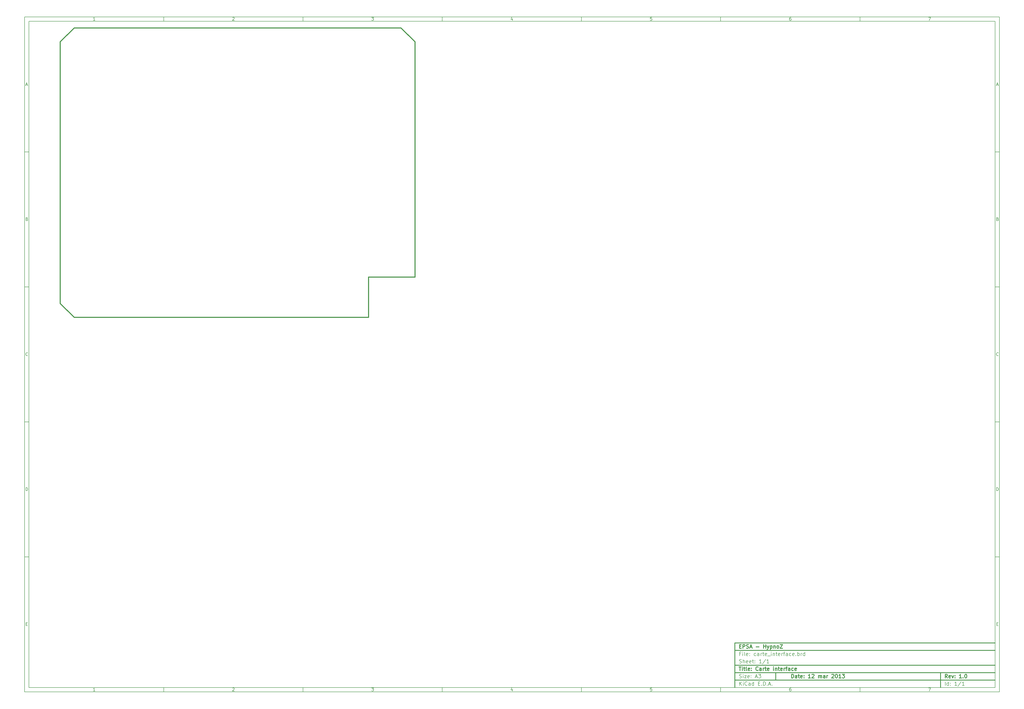
<source format=gbr>
G04 (created by PCBNEW-RS274X (2012-01-19 BZR 3256)-stable) date 12/03/2013 15:58:58*
G01*
G70*
G90*
%MOIN*%
G04 Gerber Fmt 3.4, Leading zero omitted, Abs format*
%FSLAX34Y34*%
G04 APERTURE LIST*
%ADD10C,0.006000*%
%ADD11C,0.012000*%
%ADD12C,0.015000*%
G04 APERTURE END LIST*
G54D10*
X04000Y-04000D02*
X161350Y-04000D01*
X161350Y-113000D01*
X04000Y-113000D01*
X04000Y-04000D01*
X04700Y-04700D02*
X160650Y-04700D01*
X160650Y-112300D01*
X04700Y-112300D01*
X04700Y-04700D01*
X26470Y-04000D02*
X26470Y-04700D01*
X15383Y-04552D02*
X15097Y-04552D01*
X15240Y-04552D02*
X15240Y-04052D01*
X15192Y-04124D01*
X15145Y-04171D01*
X15097Y-04195D01*
X26470Y-113000D02*
X26470Y-112300D01*
X15383Y-112852D02*
X15097Y-112852D01*
X15240Y-112852D02*
X15240Y-112352D01*
X15192Y-112424D01*
X15145Y-112471D01*
X15097Y-112495D01*
X48940Y-04000D02*
X48940Y-04700D01*
X37567Y-04100D02*
X37591Y-04076D01*
X37639Y-04052D01*
X37758Y-04052D01*
X37805Y-04076D01*
X37829Y-04100D01*
X37853Y-04148D01*
X37853Y-04195D01*
X37829Y-04267D01*
X37543Y-04552D01*
X37853Y-04552D01*
X48940Y-113000D02*
X48940Y-112300D01*
X37567Y-112400D02*
X37591Y-112376D01*
X37639Y-112352D01*
X37758Y-112352D01*
X37805Y-112376D01*
X37829Y-112400D01*
X37853Y-112448D01*
X37853Y-112495D01*
X37829Y-112567D01*
X37543Y-112852D01*
X37853Y-112852D01*
X71410Y-04000D02*
X71410Y-04700D01*
X60013Y-04052D02*
X60323Y-04052D01*
X60156Y-04243D01*
X60228Y-04243D01*
X60275Y-04267D01*
X60299Y-04290D01*
X60323Y-04338D01*
X60323Y-04457D01*
X60299Y-04505D01*
X60275Y-04529D01*
X60228Y-04552D01*
X60085Y-04552D01*
X60037Y-04529D01*
X60013Y-04505D01*
X71410Y-113000D02*
X71410Y-112300D01*
X60013Y-112352D02*
X60323Y-112352D01*
X60156Y-112543D01*
X60228Y-112543D01*
X60275Y-112567D01*
X60299Y-112590D01*
X60323Y-112638D01*
X60323Y-112757D01*
X60299Y-112805D01*
X60275Y-112829D01*
X60228Y-112852D01*
X60085Y-112852D01*
X60037Y-112829D01*
X60013Y-112805D01*
X93880Y-04000D02*
X93880Y-04700D01*
X82745Y-04219D02*
X82745Y-04552D01*
X82626Y-04029D02*
X82507Y-04386D01*
X82817Y-04386D01*
X93880Y-113000D02*
X93880Y-112300D01*
X82745Y-112519D02*
X82745Y-112852D01*
X82626Y-112329D02*
X82507Y-112686D01*
X82817Y-112686D01*
X116350Y-04000D02*
X116350Y-04700D01*
X105239Y-04052D02*
X105001Y-04052D01*
X104977Y-04290D01*
X105001Y-04267D01*
X105049Y-04243D01*
X105168Y-04243D01*
X105215Y-04267D01*
X105239Y-04290D01*
X105263Y-04338D01*
X105263Y-04457D01*
X105239Y-04505D01*
X105215Y-04529D01*
X105168Y-04552D01*
X105049Y-04552D01*
X105001Y-04529D01*
X104977Y-04505D01*
X116350Y-113000D02*
X116350Y-112300D01*
X105239Y-112352D02*
X105001Y-112352D01*
X104977Y-112590D01*
X105001Y-112567D01*
X105049Y-112543D01*
X105168Y-112543D01*
X105215Y-112567D01*
X105239Y-112590D01*
X105263Y-112638D01*
X105263Y-112757D01*
X105239Y-112805D01*
X105215Y-112829D01*
X105168Y-112852D01*
X105049Y-112852D01*
X105001Y-112829D01*
X104977Y-112805D01*
X138820Y-04000D02*
X138820Y-04700D01*
X127685Y-04052D02*
X127590Y-04052D01*
X127542Y-04076D01*
X127519Y-04100D01*
X127471Y-04171D01*
X127447Y-04267D01*
X127447Y-04457D01*
X127471Y-04505D01*
X127495Y-04529D01*
X127542Y-04552D01*
X127638Y-04552D01*
X127685Y-04529D01*
X127709Y-04505D01*
X127733Y-04457D01*
X127733Y-04338D01*
X127709Y-04290D01*
X127685Y-04267D01*
X127638Y-04243D01*
X127542Y-04243D01*
X127495Y-04267D01*
X127471Y-04290D01*
X127447Y-04338D01*
X138820Y-113000D02*
X138820Y-112300D01*
X127685Y-112352D02*
X127590Y-112352D01*
X127542Y-112376D01*
X127519Y-112400D01*
X127471Y-112471D01*
X127447Y-112567D01*
X127447Y-112757D01*
X127471Y-112805D01*
X127495Y-112829D01*
X127542Y-112852D01*
X127638Y-112852D01*
X127685Y-112829D01*
X127709Y-112805D01*
X127733Y-112757D01*
X127733Y-112638D01*
X127709Y-112590D01*
X127685Y-112567D01*
X127638Y-112543D01*
X127542Y-112543D01*
X127495Y-112567D01*
X127471Y-112590D01*
X127447Y-112638D01*
X149893Y-04052D02*
X150227Y-04052D01*
X150012Y-04552D01*
X149893Y-112352D02*
X150227Y-112352D01*
X150012Y-112852D01*
X04000Y-25800D02*
X04700Y-25800D01*
X04231Y-14960D02*
X04469Y-14960D01*
X04184Y-15102D02*
X04350Y-14602D01*
X04517Y-15102D01*
X161350Y-25800D02*
X160650Y-25800D01*
X160881Y-14960D02*
X161119Y-14960D01*
X160834Y-15102D02*
X161000Y-14602D01*
X161167Y-15102D01*
X04000Y-47600D02*
X04700Y-47600D01*
X04386Y-36640D02*
X04457Y-36664D01*
X04481Y-36688D01*
X04505Y-36736D01*
X04505Y-36807D01*
X04481Y-36855D01*
X04457Y-36879D01*
X04410Y-36902D01*
X04219Y-36902D01*
X04219Y-36402D01*
X04386Y-36402D01*
X04433Y-36426D01*
X04457Y-36450D01*
X04481Y-36498D01*
X04481Y-36545D01*
X04457Y-36593D01*
X04433Y-36617D01*
X04386Y-36640D01*
X04219Y-36640D01*
X161350Y-47600D02*
X160650Y-47600D01*
X161036Y-36640D02*
X161107Y-36664D01*
X161131Y-36688D01*
X161155Y-36736D01*
X161155Y-36807D01*
X161131Y-36855D01*
X161107Y-36879D01*
X161060Y-36902D01*
X160869Y-36902D01*
X160869Y-36402D01*
X161036Y-36402D01*
X161083Y-36426D01*
X161107Y-36450D01*
X161131Y-36498D01*
X161131Y-36545D01*
X161107Y-36593D01*
X161083Y-36617D01*
X161036Y-36640D01*
X160869Y-36640D01*
X04000Y-69400D02*
X04700Y-69400D01*
X04505Y-58655D02*
X04481Y-58679D01*
X04410Y-58702D01*
X04362Y-58702D01*
X04290Y-58679D01*
X04243Y-58631D01*
X04219Y-58583D01*
X04195Y-58488D01*
X04195Y-58417D01*
X04219Y-58321D01*
X04243Y-58274D01*
X04290Y-58226D01*
X04362Y-58202D01*
X04410Y-58202D01*
X04481Y-58226D01*
X04505Y-58250D01*
X161350Y-69400D02*
X160650Y-69400D01*
X161155Y-58655D02*
X161131Y-58679D01*
X161060Y-58702D01*
X161012Y-58702D01*
X160940Y-58679D01*
X160893Y-58631D01*
X160869Y-58583D01*
X160845Y-58488D01*
X160845Y-58417D01*
X160869Y-58321D01*
X160893Y-58274D01*
X160940Y-58226D01*
X161012Y-58202D01*
X161060Y-58202D01*
X161131Y-58226D01*
X161155Y-58250D01*
X04000Y-91200D02*
X04700Y-91200D01*
X04219Y-80502D02*
X04219Y-80002D01*
X04338Y-80002D01*
X04410Y-80026D01*
X04457Y-80074D01*
X04481Y-80121D01*
X04505Y-80217D01*
X04505Y-80288D01*
X04481Y-80383D01*
X04457Y-80431D01*
X04410Y-80479D01*
X04338Y-80502D01*
X04219Y-80502D01*
X161350Y-91200D02*
X160650Y-91200D01*
X160869Y-80502D02*
X160869Y-80002D01*
X160988Y-80002D01*
X161060Y-80026D01*
X161107Y-80074D01*
X161131Y-80121D01*
X161155Y-80217D01*
X161155Y-80288D01*
X161131Y-80383D01*
X161107Y-80431D01*
X161060Y-80479D01*
X160988Y-80502D01*
X160869Y-80502D01*
X04243Y-102040D02*
X04410Y-102040D01*
X04481Y-102302D02*
X04243Y-102302D01*
X04243Y-101802D01*
X04481Y-101802D01*
X160893Y-102040D02*
X161060Y-102040D01*
X161131Y-102302D02*
X160893Y-102302D01*
X160893Y-101802D01*
X161131Y-101802D01*
G54D11*
X127793Y-110743D02*
X127793Y-110143D01*
X127936Y-110143D01*
X128021Y-110171D01*
X128079Y-110229D01*
X128107Y-110286D01*
X128136Y-110400D01*
X128136Y-110486D01*
X128107Y-110600D01*
X128079Y-110657D01*
X128021Y-110714D01*
X127936Y-110743D01*
X127793Y-110743D01*
X128650Y-110743D02*
X128650Y-110429D01*
X128621Y-110371D01*
X128564Y-110343D01*
X128450Y-110343D01*
X128393Y-110371D01*
X128650Y-110714D02*
X128593Y-110743D01*
X128450Y-110743D01*
X128393Y-110714D01*
X128364Y-110657D01*
X128364Y-110600D01*
X128393Y-110543D01*
X128450Y-110514D01*
X128593Y-110514D01*
X128650Y-110486D01*
X128850Y-110343D02*
X129079Y-110343D01*
X128936Y-110143D02*
X128936Y-110657D01*
X128964Y-110714D01*
X129022Y-110743D01*
X129079Y-110743D01*
X129507Y-110714D02*
X129450Y-110743D01*
X129336Y-110743D01*
X129279Y-110714D01*
X129250Y-110657D01*
X129250Y-110429D01*
X129279Y-110371D01*
X129336Y-110343D01*
X129450Y-110343D01*
X129507Y-110371D01*
X129536Y-110429D01*
X129536Y-110486D01*
X129250Y-110543D01*
X129793Y-110686D02*
X129821Y-110714D01*
X129793Y-110743D01*
X129764Y-110714D01*
X129793Y-110686D01*
X129793Y-110743D01*
X129793Y-110371D02*
X129821Y-110400D01*
X129793Y-110429D01*
X129764Y-110400D01*
X129793Y-110371D01*
X129793Y-110429D01*
X130850Y-110743D02*
X130507Y-110743D01*
X130679Y-110743D02*
X130679Y-110143D01*
X130622Y-110229D01*
X130564Y-110286D01*
X130507Y-110314D01*
X131078Y-110200D02*
X131107Y-110171D01*
X131164Y-110143D01*
X131307Y-110143D01*
X131364Y-110171D01*
X131393Y-110200D01*
X131421Y-110257D01*
X131421Y-110314D01*
X131393Y-110400D01*
X131050Y-110743D01*
X131421Y-110743D01*
X132135Y-110743D02*
X132135Y-110343D01*
X132135Y-110400D02*
X132163Y-110371D01*
X132221Y-110343D01*
X132306Y-110343D01*
X132363Y-110371D01*
X132392Y-110429D01*
X132392Y-110743D01*
X132392Y-110429D02*
X132421Y-110371D01*
X132478Y-110343D01*
X132563Y-110343D01*
X132621Y-110371D01*
X132649Y-110429D01*
X132649Y-110743D01*
X133192Y-110743D02*
X133192Y-110429D01*
X133163Y-110371D01*
X133106Y-110343D01*
X132992Y-110343D01*
X132935Y-110371D01*
X133192Y-110714D02*
X133135Y-110743D01*
X132992Y-110743D01*
X132935Y-110714D01*
X132906Y-110657D01*
X132906Y-110600D01*
X132935Y-110543D01*
X132992Y-110514D01*
X133135Y-110514D01*
X133192Y-110486D01*
X133478Y-110743D02*
X133478Y-110343D01*
X133478Y-110457D02*
X133506Y-110400D01*
X133535Y-110371D01*
X133592Y-110343D01*
X133649Y-110343D01*
X134277Y-110200D02*
X134306Y-110171D01*
X134363Y-110143D01*
X134506Y-110143D01*
X134563Y-110171D01*
X134592Y-110200D01*
X134620Y-110257D01*
X134620Y-110314D01*
X134592Y-110400D01*
X134249Y-110743D01*
X134620Y-110743D01*
X134991Y-110143D02*
X135048Y-110143D01*
X135105Y-110171D01*
X135134Y-110200D01*
X135163Y-110257D01*
X135191Y-110371D01*
X135191Y-110514D01*
X135163Y-110629D01*
X135134Y-110686D01*
X135105Y-110714D01*
X135048Y-110743D01*
X134991Y-110743D01*
X134934Y-110714D01*
X134905Y-110686D01*
X134877Y-110629D01*
X134848Y-110514D01*
X134848Y-110371D01*
X134877Y-110257D01*
X134905Y-110200D01*
X134934Y-110171D01*
X134991Y-110143D01*
X135762Y-110743D02*
X135419Y-110743D01*
X135591Y-110743D02*
X135591Y-110143D01*
X135534Y-110229D01*
X135476Y-110286D01*
X135419Y-110314D01*
X135962Y-110143D02*
X136333Y-110143D01*
X136133Y-110371D01*
X136219Y-110371D01*
X136276Y-110400D01*
X136305Y-110429D01*
X136333Y-110486D01*
X136333Y-110629D01*
X136305Y-110686D01*
X136276Y-110714D01*
X136219Y-110743D01*
X136047Y-110743D01*
X135990Y-110714D01*
X135962Y-110686D01*
G54D10*
X119393Y-111943D02*
X119393Y-111343D01*
X119736Y-111943D02*
X119479Y-111600D01*
X119736Y-111343D02*
X119393Y-111686D01*
X119993Y-111943D02*
X119993Y-111543D01*
X119993Y-111343D02*
X119964Y-111371D01*
X119993Y-111400D01*
X120021Y-111371D01*
X119993Y-111343D01*
X119993Y-111400D01*
X120622Y-111886D02*
X120593Y-111914D01*
X120507Y-111943D01*
X120450Y-111943D01*
X120365Y-111914D01*
X120307Y-111857D01*
X120279Y-111800D01*
X120250Y-111686D01*
X120250Y-111600D01*
X120279Y-111486D01*
X120307Y-111429D01*
X120365Y-111371D01*
X120450Y-111343D01*
X120507Y-111343D01*
X120593Y-111371D01*
X120622Y-111400D01*
X121136Y-111943D02*
X121136Y-111629D01*
X121107Y-111571D01*
X121050Y-111543D01*
X120936Y-111543D01*
X120879Y-111571D01*
X121136Y-111914D02*
X121079Y-111943D01*
X120936Y-111943D01*
X120879Y-111914D01*
X120850Y-111857D01*
X120850Y-111800D01*
X120879Y-111743D01*
X120936Y-111714D01*
X121079Y-111714D01*
X121136Y-111686D01*
X121679Y-111943D02*
X121679Y-111343D01*
X121679Y-111914D02*
X121622Y-111943D01*
X121508Y-111943D01*
X121450Y-111914D01*
X121422Y-111886D01*
X121393Y-111829D01*
X121393Y-111657D01*
X121422Y-111600D01*
X121450Y-111571D01*
X121508Y-111543D01*
X121622Y-111543D01*
X121679Y-111571D01*
X122422Y-111629D02*
X122622Y-111629D01*
X122708Y-111943D02*
X122422Y-111943D01*
X122422Y-111343D01*
X122708Y-111343D01*
X122965Y-111886D02*
X122993Y-111914D01*
X122965Y-111943D01*
X122936Y-111914D01*
X122965Y-111886D01*
X122965Y-111943D01*
X123251Y-111943D02*
X123251Y-111343D01*
X123394Y-111343D01*
X123479Y-111371D01*
X123537Y-111429D01*
X123565Y-111486D01*
X123594Y-111600D01*
X123594Y-111686D01*
X123565Y-111800D01*
X123537Y-111857D01*
X123479Y-111914D01*
X123394Y-111943D01*
X123251Y-111943D01*
X123851Y-111886D02*
X123879Y-111914D01*
X123851Y-111943D01*
X123822Y-111914D01*
X123851Y-111886D01*
X123851Y-111943D01*
X124108Y-111771D02*
X124394Y-111771D01*
X124051Y-111943D02*
X124251Y-111343D01*
X124451Y-111943D01*
X124651Y-111886D02*
X124679Y-111914D01*
X124651Y-111943D01*
X124622Y-111914D01*
X124651Y-111886D01*
X124651Y-111943D01*
G54D11*
X152936Y-110743D02*
X152736Y-110457D01*
X152593Y-110743D02*
X152593Y-110143D01*
X152821Y-110143D01*
X152879Y-110171D01*
X152907Y-110200D01*
X152936Y-110257D01*
X152936Y-110343D01*
X152907Y-110400D01*
X152879Y-110429D01*
X152821Y-110457D01*
X152593Y-110457D01*
X153421Y-110714D02*
X153364Y-110743D01*
X153250Y-110743D01*
X153193Y-110714D01*
X153164Y-110657D01*
X153164Y-110429D01*
X153193Y-110371D01*
X153250Y-110343D01*
X153364Y-110343D01*
X153421Y-110371D01*
X153450Y-110429D01*
X153450Y-110486D01*
X153164Y-110543D01*
X153650Y-110343D02*
X153793Y-110743D01*
X153935Y-110343D01*
X154164Y-110686D02*
X154192Y-110714D01*
X154164Y-110743D01*
X154135Y-110714D01*
X154164Y-110686D01*
X154164Y-110743D01*
X154164Y-110371D02*
X154192Y-110400D01*
X154164Y-110429D01*
X154135Y-110400D01*
X154164Y-110371D01*
X154164Y-110429D01*
X155221Y-110743D02*
X154878Y-110743D01*
X155050Y-110743D02*
X155050Y-110143D01*
X154993Y-110229D01*
X154935Y-110286D01*
X154878Y-110314D01*
X155478Y-110686D02*
X155506Y-110714D01*
X155478Y-110743D01*
X155449Y-110714D01*
X155478Y-110686D01*
X155478Y-110743D01*
X155878Y-110143D02*
X155935Y-110143D01*
X155992Y-110171D01*
X156021Y-110200D01*
X156050Y-110257D01*
X156078Y-110371D01*
X156078Y-110514D01*
X156050Y-110629D01*
X156021Y-110686D01*
X155992Y-110714D01*
X155935Y-110743D01*
X155878Y-110743D01*
X155821Y-110714D01*
X155792Y-110686D01*
X155764Y-110629D01*
X155735Y-110514D01*
X155735Y-110371D01*
X155764Y-110257D01*
X155792Y-110200D01*
X155821Y-110171D01*
X155878Y-110143D01*
G54D10*
X119364Y-110714D02*
X119450Y-110743D01*
X119593Y-110743D01*
X119650Y-110714D01*
X119679Y-110686D01*
X119707Y-110629D01*
X119707Y-110571D01*
X119679Y-110514D01*
X119650Y-110486D01*
X119593Y-110457D01*
X119479Y-110429D01*
X119421Y-110400D01*
X119393Y-110371D01*
X119364Y-110314D01*
X119364Y-110257D01*
X119393Y-110200D01*
X119421Y-110171D01*
X119479Y-110143D01*
X119621Y-110143D01*
X119707Y-110171D01*
X119964Y-110743D02*
X119964Y-110343D01*
X119964Y-110143D02*
X119935Y-110171D01*
X119964Y-110200D01*
X119992Y-110171D01*
X119964Y-110143D01*
X119964Y-110200D01*
X120193Y-110343D02*
X120507Y-110343D01*
X120193Y-110743D01*
X120507Y-110743D01*
X120964Y-110714D02*
X120907Y-110743D01*
X120793Y-110743D01*
X120736Y-110714D01*
X120707Y-110657D01*
X120707Y-110429D01*
X120736Y-110371D01*
X120793Y-110343D01*
X120907Y-110343D01*
X120964Y-110371D01*
X120993Y-110429D01*
X120993Y-110486D01*
X120707Y-110543D01*
X121250Y-110686D02*
X121278Y-110714D01*
X121250Y-110743D01*
X121221Y-110714D01*
X121250Y-110686D01*
X121250Y-110743D01*
X121250Y-110371D02*
X121278Y-110400D01*
X121250Y-110429D01*
X121221Y-110400D01*
X121250Y-110371D01*
X121250Y-110429D01*
X121964Y-110571D02*
X122250Y-110571D01*
X121907Y-110743D02*
X122107Y-110143D01*
X122307Y-110743D01*
X122450Y-110143D02*
X122821Y-110143D01*
X122621Y-110371D01*
X122707Y-110371D01*
X122764Y-110400D01*
X122793Y-110429D01*
X122821Y-110486D01*
X122821Y-110629D01*
X122793Y-110686D01*
X122764Y-110714D01*
X122707Y-110743D01*
X122535Y-110743D01*
X122478Y-110714D01*
X122450Y-110686D01*
X152593Y-111943D02*
X152593Y-111343D01*
X153136Y-111943D02*
X153136Y-111343D01*
X153136Y-111914D02*
X153079Y-111943D01*
X152965Y-111943D01*
X152907Y-111914D01*
X152879Y-111886D01*
X152850Y-111829D01*
X152850Y-111657D01*
X152879Y-111600D01*
X152907Y-111571D01*
X152965Y-111543D01*
X153079Y-111543D01*
X153136Y-111571D01*
X153422Y-111886D02*
X153450Y-111914D01*
X153422Y-111943D01*
X153393Y-111914D01*
X153422Y-111886D01*
X153422Y-111943D01*
X153422Y-111571D02*
X153450Y-111600D01*
X153422Y-111629D01*
X153393Y-111600D01*
X153422Y-111571D01*
X153422Y-111629D01*
X154479Y-111943D02*
X154136Y-111943D01*
X154308Y-111943D02*
X154308Y-111343D01*
X154251Y-111429D01*
X154193Y-111486D01*
X154136Y-111514D01*
X155164Y-111314D02*
X154650Y-112086D01*
X155679Y-111943D02*
X155336Y-111943D01*
X155508Y-111943D02*
X155508Y-111343D01*
X155451Y-111429D01*
X155393Y-111486D01*
X155336Y-111514D01*
G54D11*
X119307Y-108943D02*
X119650Y-108943D01*
X119479Y-109543D02*
X119479Y-108943D01*
X119850Y-109543D02*
X119850Y-109143D01*
X119850Y-108943D02*
X119821Y-108971D01*
X119850Y-109000D01*
X119878Y-108971D01*
X119850Y-108943D01*
X119850Y-109000D01*
X120050Y-109143D02*
X120279Y-109143D01*
X120136Y-108943D02*
X120136Y-109457D01*
X120164Y-109514D01*
X120222Y-109543D01*
X120279Y-109543D01*
X120565Y-109543D02*
X120507Y-109514D01*
X120479Y-109457D01*
X120479Y-108943D01*
X121021Y-109514D02*
X120964Y-109543D01*
X120850Y-109543D01*
X120793Y-109514D01*
X120764Y-109457D01*
X120764Y-109229D01*
X120793Y-109171D01*
X120850Y-109143D01*
X120964Y-109143D01*
X121021Y-109171D01*
X121050Y-109229D01*
X121050Y-109286D01*
X120764Y-109343D01*
X121307Y-109486D02*
X121335Y-109514D01*
X121307Y-109543D01*
X121278Y-109514D01*
X121307Y-109486D01*
X121307Y-109543D01*
X121307Y-109171D02*
X121335Y-109200D01*
X121307Y-109229D01*
X121278Y-109200D01*
X121307Y-109171D01*
X121307Y-109229D01*
X122393Y-109486D02*
X122364Y-109514D01*
X122278Y-109543D01*
X122221Y-109543D01*
X122136Y-109514D01*
X122078Y-109457D01*
X122050Y-109400D01*
X122021Y-109286D01*
X122021Y-109200D01*
X122050Y-109086D01*
X122078Y-109029D01*
X122136Y-108971D01*
X122221Y-108943D01*
X122278Y-108943D01*
X122364Y-108971D01*
X122393Y-109000D01*
X122907Y-109543D02*
X122907Y-109229D01*
X122878Y-109171D01*
X122821Y-109143D01*
X122707Y-109143D01*
X122650Y-109171D01*
X122907Y-109514D02*
X122850Y-109543D01*
X122707Y-109543D01*
X122650Y-109514D01*
X122621Y-109457D01*
X122621Y-109400D01*
X122650Y-109343D01*
X122707Y-109314D01*
X122850Y-109314D01*
X122907Y-109286D01*
X123193Y-109543D02*
X123193Y-109143D01*
X123193Y-109257D02*
X123221Y-109200D01*
X123250Y-109171D01*
X123307Y-109143D01*
X123364Y-109143D01*
X123478Y-109143D02*
X123707Y-109143D01*
X123564Y-108943D02*
X123564Y-109457D01*
X123592Y-109514D01*
X123650Y-109543D01*
X123707Y-109543D01*
X124135Y-109514D02*
X124078Y-109543D01*
X123964Y-109543D01*
X123907Y-109514D01*
X123878Y-109457D01*
X123878Y-109229D01*
X123907Y-109171D01*
X123964Y-109143D01*
X124078Y-109143D01*
X124135Y-109171D01*
X124164Y-109229D01*
X124164Y-109286D01*
X123878Y-109343D01*
X124878Y-109543D02*
X124878Y-109143D01*
X124878Y-108943D02*
X124849Y-108971D01*
X124878Y-109000D01*
X124906Y-108971D01*
X124878Y-108943D01*
X124878Y-109000D01*
X125164Y-109143D02*
X125164Y-109543D01*
X125164Y-109200D02*
X125192Y-109171D01*
X125250Y-109143D01*
X125335Y-109143D01*
X125392Y-109171D01*
X125421Y-109229D01*
X125421Y-109543D01*
X125621Y-109143D02*
X125850Y-109143D01*
X125707Y-108943D02*
X125707Y-109457D01*
X125735Y-109514D01*
X125793Y-109543D01*
X125850Y-109543D01*
X126278Y-109514D02*
X126221Y-109543D01*
X126107Y-109543D01*
X126050Y-109514D01*
X126021Y-109457D01*
X126021Y-109229D01*
X126050Y-109171D01*
X126107Y-109143D01*
X126221Y-109143D01*
X126278Y-109171D01*
X126307Y-109229D01*
X126307Y-109286D01*
X126021Y-109343D01*
X126564Y-109543D02*
X126564Y-109143D01*
X126564Y-109257D02*
X126592Y-109200D01*
X126621Y-109171D01*
X126678Y-109143D01*
X126735Y-109143D01*
X126849Y-109143D02*
X127078Y-109143D01*
X126935Y-109543D02*
X126935Y-109029D01*
X126963Y-108971D01*
X127021Y-108943D01*
X127078Y-108943D01*
X127535Y-109543D02*
X127535Y-109229D01*
X127506Y-109171D01*
X127449Y-109143D01*
X127335Y-109143D01*
X127278Y-109171D01*
X127535Y-109514D02*
X127478Y-109543D01*
X127335Y-109543D01*
X127278Y-109514D01*
X127249Y-109457D01*
X127249Y-109400D01*
X127278Y-109343D01*
X127335Y-109314D01*
X127478Y-109314D01*
X127535Y-109286D01*
X128078Y-109514D02*
X128021Y-109543D01*
X127907Y-109543D01*
X127849Y-109514D01*
X127821Y-109486D01*
X127792Y-109429D01*
X127792Y-109257D01*
X127821Y-109200D01*
X127849Y-109171D01*
X127907Y-109143D01*
X128021Y-109143D01*
X128078Y-109171D01*
X128563Y-109514D02*
X128506Y-109543D01*
X128392Y-109543D01*
X128335Y-109514D01*
X128306Y-109457D01*
X128306Y-109229D01*
X128335Y-109171D01*
X128392Y-109143D01*
X128506Y-109143D01*
X128563Y-109171D01*
X128592Y-109229D01*
X128592Y-109286D01*
X128306Y-109343D01*
G54D10*
X119593Y-106829D02*
X119393Y-106829D01*
X119393Y-107143D02*
X119393Y-106543D01*
X119679Y-106543D01*
X119907Y-107143D02*
X119907Y-106743D01*
X119907Y-106543D02*
X119878Y-106571D01*
X119907Y-106600D01*
X119935Y-106571D01*
X119907Y-106543D01*
X119907Y-106600D01*
X120279Y-107143D02*
X120221Y-107114D01*
X120193Y-107057D01*
X120193Y-106543D01*
X120735Y-107114D02*
X120678Y-107143D01*
X120564Y-107143D01*
X120507Y-107114D01*
X120478Y-107057D01*
X120478Y-106829D01*
X120507Y-106771D01*
X120564Y-106743D01*
X120678Y-106743D01*
X120735Y-106771D01*
X120764Y-106829D01*
X120764Y-106886D01*
X120478Y-106943D01*
X121021Y-107086D02*
X121049Y-107114D01*
X121021Y-107143D01*
X120992Y-107114D01*
X121021Y-107086D01*
X121021Y-107143D01*
X121021Y-106771D02*
X121049Y-106800D01*
X121021Y-106829D01*
X120992Y-106800D01*
X121021Y-106771D01*
X121021Y-106829D01*
X122021Y-107114D02*
X121964Y-107143D01*
X121850Y-107143D01*
X121792Y-107114D01*
X121764Y-107086D01*
X121735Y-107029D01*
X121735Y-106857D01*
X121764Y-106800D01*
X121792Y-106771D01*
X121850Y-106743D01*
X121964Y-106743D01*
X122021Y-106771D01*
X122535Y-107143D02*
X122535Y-106829D01*
X122506Y-106771D01*
X122449Y-106743D01*
X122335Y-106743D01*
X122278Y-106771D01*
X122535Y-107114D02*
X122478Y-107143D01*
X122335Y-107143D01*
X122278Y-107114D01*
X122249Y-107057D01*
X122249Y-107000D01*
X122278Y-106943D01*
X122335Y-106914D01*
X122478Y-106914D01*
X122535Y-106886D01*
X122821Y-107143D02*
X122821Y-106743D01*
X122821Y-106857D02*
X122849Y-106800D01*
X122878Y-106771D01*
X122935Y-106743D01*
X122992Y-106743D01*
X123106Y-106743D02*
X123335Y-106743D01*
X123192Y-106543D02*
X123192Y-107057D01*
X123220Y-107114D01*
X123278Y-107143D01*
X123335Y-107143D01*
X123763Y-107114D02*
X123706Y-107143D01*
X123592Y-107143D01*
X123535Y-107114D01*
X123506Y-107057D01*
X123506Y-106829D01*
X123535Y-106771D01*
X123592Y-106743D01*
X123706Y-106743D01*
X123763Y-106771D01*
X123792Y-106829D01*
X123792Y-106886D01*
X123506Y-106943D01*
X123906Y-107200D02*
X124363Y-107200D01*
X124506Y-107143D02*
X124506Y-106743D01*
X124506Y-106543D02*
X124477Y-106571D01*
X124506Y-106600D01*
X124534Y-106571D01*
X124506Y-106543D01*
X124506Y-106600D01*
X124792Y-106743D02*
X124792Y-107143D01*
X124792Y-106800D02*
X124820Y-106771D01*
X124878Y-106743D01*
X124963Y-106743D01*
X125020Y-106771D01*
X125049Y-106829D01*
X125049Y-107143D01*
X125249Y-106743D02*
X125478Y-106743D01*
X125335Y-106543D02*
X125335Y-107057D01*
X125363Y-107114D01*
X125421Y-107143D01*
X125478Y-107143D01*
X125906Y-107114D02*
X125849Y-107143D01*
X125735Y-107143D01*
X125678Y-107114D01*
X125649Y-107057D01*
X125649Y-106829D01*
X125678Y-106771D01*
X125735Y-106743D01*
X125849Y-106743D01*
X125906Y-106771D01*
X125935Y-106829D01*
X125935Y-106886D01*
X125649Y-106943D01*
X126192Y-107143D02*
X126192Y-106743D01*
X126192Y-106857D02*
X126220Y-106800D01*
X126249Y-106771D01*
X126306Y-106743D01*
X126363Y-106743D01*
X126477Y-106743D02*
X126706Y-106743D01*
X126563Y-107143D02*
X126563Y-106629D01*
X126591Y-106571D01*
X126649Y-106543D01*
X126706Y-106543D01*
X127163Y-107143D02*
X127163Y-106829D01*
X127134Y-106771D01*
X127077Y-106743D01*
X126963Y-106743D01*
X126906Y-106771D01*
X127163Y-107114D02*
X127106Y-107143D01*
X126963Y-107143D01*
X126906Y-107114D01*
X126877Y-107057D01*
X126877Y-107000D01*
X126906Y-106943D01*
X126963Y-106914D01*
X127106Y-106914D01*
X127163Y-106886D01*
X127706Y-107114D02*
X127649Y-107143D01*
X127535Y-107143D01*
X127477Y-107114D01*
X127449Y-107086D01*
X127420Y-107029D01*
X127420Y-106857D01*
X127449Y-106800D01*
X127477Y-106771D01*
X127535Y-106743D01*
X127649Y-106743D01*
X127706Y-106771D01*
X128191Y-107114D02*
X128134Y-107143D01*
X128020Y-107143D01*
X127963Y-107114D01*
X127934Y-107057D01*
X127934Y-106829D01*
X127963Y-106771D01*
X128020Y-106743D01*
X128134Y-106743D01*
X128191Y-106771D01*
X128220Y-106829D01*
X128220Y-106886D01*
X127934Y-106943D01*
X128477Y-107086D02*
X128505Y-107114D01*
X128477Y-107143D01*
X128448Y-107114D01*
X128477Y-107086D01*
X128477Y-107143D01*
X128763Y-107143D02*
X128763Y-106543D01*
X128763Y-106771D02*
X128820Y-106743D01*
X128934Y-106743D01*
X128991Y-106771D01*
X129020Y-106800D01*
X129049Y-106857D01*
X129049Y-107029D01*
X129020Y-107086D01*
X128991Y-107114D01*
X128934Y-107143D01*
X128820Y-107143D01*
X128763Y-107114D01*
X129306Y-107143D02*
X129306Y-106743D01*
X129306Y-106857D02*
X129334Y-106800D01*
X129363Y-106771D01*
X129420Y-106743D01*
X129477Y-106743D01*
X129934Y-107143D02*
X129934Y-106543D01*
X129934Y-107114D02*
X129877Y-107143D01*
X129763Y-107143D01*
X129705Y-107114D01*
X129677Y-107086D01*
X129648Y-107029D01*
X129648Y-106857D01*
X129677Y-106800D01*
X129705Y-106771D01*
X129763Y-106743D01*
X129877Y-106743D01*
X129934Y-106771D01*
X119364Y-108314D02*
X119450Y-108343D01*
X119593Y-108343D01*
X119650Y-108314D01*
X119679Y-108286D01*
X119707Y-108229D01*
X119707Y-108171D01*
X119679Y-108114D01*
X119650Y-108086D01*
X119593Y-108057D01*
X119479Y-108029D01*
X119421Y-108000D01*
X119393Y-107971D01*
X119364Y-107914D01*
X119364Y-107857D01*
X119393Y-107800D01*
X119421Y-107771D01*
X119479Y-107743D01*
X119621Y-107743D01*
X119707Y-107771D01*
X119964Y-108343D02*
X119964Y-107743D01*
X120221Y-108343D02*
X120221Y-108029D01*
X120192Y-107971D01*
X120135Y-107943D01*
X120050Y-107943D01*
X119992Y-107971D01*
X119964Y-108000D01*
X120735Y-108314D02*
X120678Y-108343D01*
X120564Y-108343D01*
X120507Y-108314D01*
X120478Y-108257D01*
X120478Y-108029D01*
X120507Y-107971D01*
X120564Y-107943D01*
X120678Y-107943D01*
X120735Y-107971D01*
X120764Y-108029D01*
X120764Y-108086D01*
X120478Y-108143D01*
X121249Y-108314D02*
X121192Y-108343D01*
X121078Y-108343D01*
X121021Y-108314D01*
X120992Y-108257D01*
X120992Y-108029D01*
X121021Y-107971D01*
X121078Y-107943D01*
X121192Y-107943D01*
X121249Y-107971D01*
X121278Y-108029D01*
X121278Y-108086D01*
X120992Y-108143D01*
X121449Y-107943D02*
X121678Y-107943D01*
X121535Y-107743D02*
X121535Y-108257D01*
X121563Y-108314D01*
X121621Y-108343D01*
X121678Y-108343D01*
X121878Y-108286D02*
X121906Y-108314D01*
X121878Y-108343D01*
X121849Y-108314D01*
X121878Y-108286D01*
X121878Y-108343D01*
X121878Y-107971D02*
X121906Y-108000D01*
X121878Y-108029D01*
X121849Y-108000D01*
X121878Y-107971D01*
X121878Y-108029D01*
X122935Y-108343D02*
X122592Y-108343D01*
X122764Y-108343D02*
X122764Y-107743D01*
X122707Y-107829D01*
X122649Y-107886D01*
X122592Y-107914D01*
X123620Y-107714D02*
X123106Y-108486D01*
X124135Y-108343D02*
X123792Y-108343D01*
X123964Y-108343D02*
X123964Y-107743D01*
X123907Y-107829D01*
X123849Y-107886D01*
X123792Y-107914D01*
G54D11*
X119393Y-105629D02*
X119593Y-105629D01*
X119679Y-105943D02*
X119393Y-105943D01*
X119393Y-105343D01*
X119679Y-105343D01*
X119936Y-105943D02*
X119936Y-105343D01*
X120164Y-105343D01*
X120222Y-105371D01*
X120250Y-105400D01*
X120279Y-105457D01*
X120279Y-105543D01*
X120250Y-105600D01*
X120222Y-105629D01*
X120164Y-105657D01*
X119936Y-105657D01*
X120507Y-105914D02*
X120593Y-105943D01*
X120736Y-105943D01*
X120793Y-105914D01*
X120822Y-105886D01*
X120850Y-105829D01*
X120850Y-105771D01*
X120822Y-105714D01*
X120793Y-105686D01*
X120736Y-105657D01*
X120622Y-105629D01*
X120564Y-105600D01*
X120536Y-105571D01*
X120507Y-105514D01*
X120507Y-105457D01*
X120536Y-105400D01*
X120564Y-105371D01*
X120622Y-105343D01*
X120764Y-105343D01*
X120850Y-105371D01*
X121078Y-105771D02*
X121364Y-105771D01*
X121021Y-105943D02*
X121221Y-105343D01*
X121421Y-105943D01*
X122078Y-105714D02*
X122535Y-105714D01*
X123278Y-105943D02*
X123278Y-105343D01*
X123278Y-105629D02*
X123621Y-105629D01*
X123621Y-105943D02*
X123621Y-105343D01*
X123850Y-105543D02*
X123993Y-105943D01*
X124135Y-105543D02*
X123993Y-105943D01*
X123935Y-106086D01*
X123907Y-106114D01*
X123850Y-106143D01*
X124364Y-105543D02*
X124364Y-106143D01*
X124364Y-105571D02*
X124421Y-105543D01*
X124535Y-105543D01*
X124592Y-105571D01*
X124621Y-105600D01*
X124650Y-105657D01*
X124650Y-105829D01*
X124621Y-105886D01*
X124592Y-105914D01*
X124535Y-105943D01*
X124421Y-105943D01*
X124364Y-105914D01*
X124907Y-105543D02*
X124907Y-105943D01*
X124907Y-105600D02*
X124935Y-105571D01*
X124993Y-105543D01*
X125078Y-105543D01*
X125135Y-105571D01*
X125164Y-105629D01*
X125164Y-105943D01*
X125536Y-105943D02*
X125478Y-105914D01*
X125450Y-105886D01*
X125421Y-105829D01*
X125421Y-105657D01*
X125450Y-105600D01*
X125478Y-105571D01*
X125536Y-105543D01*
X125621Y-105543D01*
X125678Y-105571D01*
X125707Y-105600D01*
X125736Y-105657D01*
X125736Y-105829D01*
X125707Y-105886D01*
X125678Y-105914D01*
X125621Y-105943D01*
X125536Y-105943D01*
X125936Y-105343D02*
X126336Y-105343D01*
X125936Y-105943D01*
X126336Y-105943D01*
X118650Y-105100D02*
X118650Y-112300D01*
X118650Y-106300D02*
X160650Y-106300D01*
X118650Y-105100D02*
X160650Y-105100D01*
X118650Y-108700D02*
X160650Y-108700D01*
X151850Y-109900D02*
X151850Y-112300D01*
X118650Y-111100D02*
X160650Y-111100D01*
X118650Y-109900D02*
X160650Y-109900D01*
X125250Y-109900D02*
X125250Y-111100D01*
G54D12*
X09750Y-08000D02*
X09750Y-08750D01*
X12000Y-05750D02*
X09750Y-08000D01*
X64750Y-05750D02*
X12000Y-05750D01*
X67000Y-08000D02*
X64750Y-05750D01*
X67000Y-08750D02*
X67000Y-08000D01*
X12000Y-52500D02*
X22500Y-52500D01*
X09750Y-50250D02*
X09750Y-08750D01*
X12000Y-52500D02*
X09750Y-50250D01*
X67000Y-08750D02*
X67000Y-46000D01*
X67000Y-21500D02*
X67000Y-46000D01*
X59500Y-52500D02*
X22500Y-52500D01*
X59500Y-46000D02*
X59500Y-52500D01*
X59500Y-46000D02*
X67000Y-46000D01*
M02*

</source>
